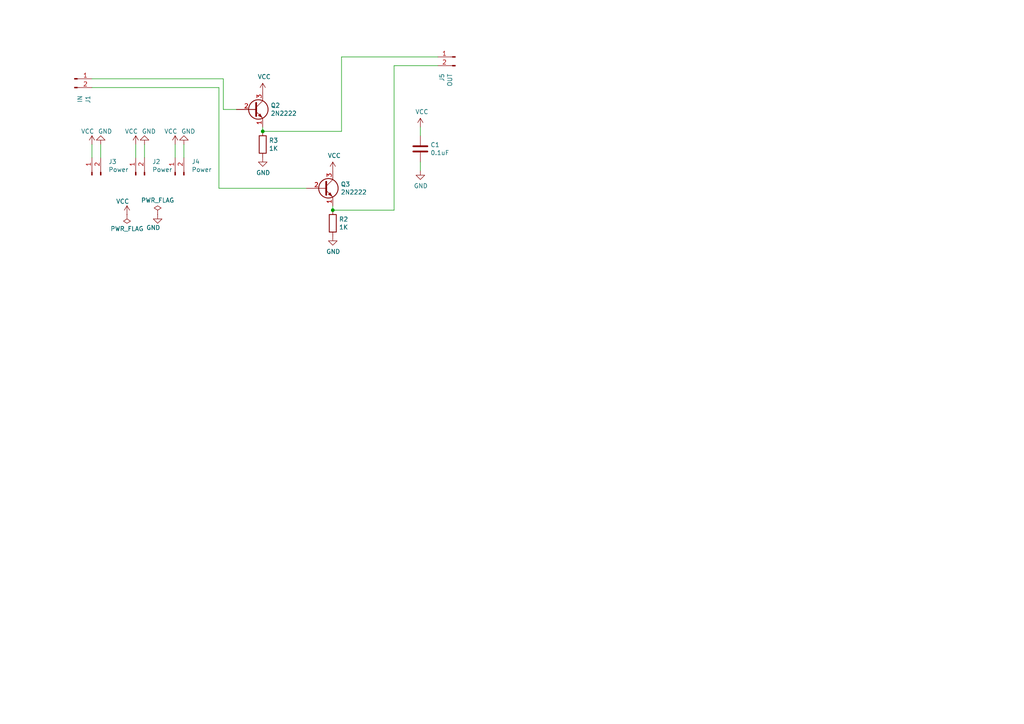
<source format=kicad_sch>
(kicad_sch (version 20230121) (generator eeschema)
  (paper "A4")
  (title_block (title "High Current Mini Buffer") (date "2020-04-10") (rev "1"))
  (lib_symbols
    (symbol "2n2222:2N2222" (pin_names (offset 0) hide)
      (property "Reference" "Q" (at 5.08 1.905 0))
      (property "Value" "2N2222" (at 5.08 0 0))
      (symbol "2N2222_0_1"
        (polyline (pts (xy 0.635 0.635) (xy 2.54 2.54)))
        (polyline (pts (xy 0.635 -0.635) (xy 2.54 -2.54) (xy 2.54 -2.54)))
        (polyline (pts (xy 0.635 1.905) (xy 0.635 -1.905) (xy 0.635 -1.905)) (stroke (width 0.508)))
        (polyline (pts (xy 1.27 -1.778) (xy 1.778 -1.27) (xy 2.286 -2.286) (xy 1.27 -1.778) (xy 1.27 -1.778)) (fill (type outline)))
        (circle (center 1.27 0) (radius 2.8194) (stroke (width 0.254)))
      )
      (symbol "2N2222_1_1"
        (pin passive line (at 2.54 -5.08 90) (length 2.54) (name "E") (number "1"))
        (pin passive line (at -5.08 0 0) (length 5.715) (name "B") (number "2"))
        (pin passive line (at 2.54 5.08 270) (length 2.54) (name "C") (number "3"))
      )
    )
    (symbol "Connector:Conn_01x02_Pin" (pin_names (offset 1.016) hide)
      (property "Reference" "J" (at 0 2.54 0))
      (property "Value" "Conn_01x02_Pin" (at 0 -5.08 0))
      (symbol "Conn_01x02_Pin_1_1"
        (polyline (pts (xy 1.27 -2.54) (xy 0.8636 -2.54)) (stroke (width 0.1524)))
        (polyline (pts (xy 1.27 0) (xy 0.8636 0)) (stroke (width 0.1524)))
        (rectangle (start 0.8636 -2.413) (end 0 -2.667) (stroke (width 0.1524)) (fill (type outline)))
        (rectangle (start 0.8636 0.127) (end 0 -0.127) (stroke (width 0.1524)) (fill (type outline)))
        (pin passive line (at 5.08 0 180) (length 3.81) (name "Pin_1") (number "1"))
        (pin passive line (at 5.08 -2.54 180) (length 3.81) (name "Pin_2") (number "2"))
      )
    )
    (symbol "Device:C" (pin_numbers hide) (pin_names (offset 0.254))
      (property "Reference" "C" (at 0.635 2.54 0))
      (property "Value" "C" (at 0.635 -2.54 0))
      (symbol "C_0_1"
        (polyline (pts (xy -2.032 -0.762) (xy 2.032 -0.762)) (stroke (width 0.508)))
        (polyline (pts (xy -2.032 0.762) (xy 2.032 0.762)) (stroke (width 0.508)))
      )
      (symbol "C_1_1"
        (pin passive line (at 0 3.81 270) (length 2.794) (name "~") (number "1"))
        (pin passive line (at 0 -3.81 90) (length 2.794) (name "~") (number "2"))
      )
    )
    (symbol "Device:R" (pin_numbers hide) (pin_names (offset 0))
      (property "Reference" "R" (at 2.032 0 90))
      (property "Value" "R" (at 0 0 90))
      (symbol "R_0_1"
        (rectangle (start -1.016 -2.54) (end 1.016 2.54) (stroke (width 0.254)))
      )
      (symbol "R_1_1"
        (pin passive line (at 0 3.81 270) (length 1.27) (name "~") (number "1"))
        (pin passive line (at 0 -3.81 90) (length 1.27) (name "~") (number "2"))
      )
    )
    (symbol "power:GND" (power) (pin_names (offset 0))
      (property "Value" "GND" (at 0 -3.81 0))
      (symbol "GND_0_1"
        (polyline (pts (xy 0 0) (xy 0 -1.27) (xy 1.27 -1.27) (xy 0 -2.54) (xy -1.27 -1.27) (xy 0 -1.27)))
      )
      (symbol "GND_1_1"
        (pin power_in line (at 0 0 270) (length 0) hide (name "GND") (number "1"))
      )
    )
    (symbol "power:PWR_FLAG" (power) (pin_numbers hide) (pin_names (offset 0) hide)
      (property "Value" "PWR_FLAG" (at 0 3.81 0))
      (symbol "PWR_FLAG_0_0"
        (pin power_out line (at 0 0 90) (length 0) (name "pwr") (number "1"))
      )
      (symbol "PWR_FLAG_0_1"
        (polyline (pts (xy 0 0) (xy 0 1.27) (xy -1.016 1.905) (xy 0 2.54) (xy 1.016 1.905) (xy 0 1.27)))
      )
    )
    (symbol "power:VCC" (power) (pin_names (offset 0))
      (property "Value" "VCC" (at 0 3.81 0))
      (symbol "VCC_0_1"
        (polyline (pts (xy -0.762 1.27) (xy 0 2.54)))
        (polyline (pts (xy 0 0) (xy 0 2.54)))
        (polyline (pts (xy 0 2.54) (xy 0.762 1.27)))
      )
      (symbol "VCC_1_1"
        (pin power_in line (at 0 0 90) (length 0) hide (name "VCC") (number "1"))
      )
    )
  )
  (junction (at 96.52 60.96))
  (junction (at 76.2 38.1))
  (wire (pts (xy 50.8 41.91) (xy 50.8 45.72)))
  (wire (pts (xy 64.77 22.86) (xy 64.77 31.75)))
  (wire (pts (xy 76.2 38.1) (xy 76.2 36.83)))
  (wire (pts (xy 99.06 38.1) (xy 99.06 16.51)))
  (wire (pts (xy 39.37 41.91) (xy 39.37 45.72)))
  (wire (pts (xy 41.91 45.72) (xy 41.91 41.91)))
  (wire (pts (xy 53.34 45.72) (xy 53.34 41.91)))
  (wire (pts (xy 114.3 19.05) (xy 127 19.05)))
  (wire (pts (xy 26.67 25.4) (xy 63.5 25.4)))
  (wire (pts (xy 26.67 45.72) (xy 26.67 41.91)))
  (wire (pts (xy 121.92 36.83) (xy 121.92 39.37)))
  (wire (pts (xy 63.5 25.4) (xy 63.5 54.61)))
  (wire (pts (xy 114.3 60.96) (xy 114.3 19.05)))
  (wire (pts (xy 76.2 38.1) (xy 99.06 38.1)))
  (wire (pts (xy 26.67 22.86) (xy 64.77 22.86)))
  (wire (pts (xy 96.52 60.96) (xy 114.3 60.96)))
  (wire (pts (xy 63.5 54.61) (xy 88.9 54.61)))
  (wire (pts (xy 96.52 60.96) (xy 96.52 59.69)))
  (wire (pts (xy 99.06 16.51) (xy 127 16.51)))
  (wire (pts (xy 64.77 31.75) (xy 68.58 31.75)))
  (wire (pts (xy 121.92 46.99) (xy 121.92 49.53)))
  (wire (pts (xy 29.21 45.72) (xy 29.21 41.91)))
  (symbol (lib_id "2n2222:2N2222") (at 73.66 31.75 0) (unit 1)
    (property "Reference" "Q2" (at 78.486 30.5816 0) (effects (justify left)))
    (property "Value" "2N2222" (at 78.486 32.893 0) (effects (justify left)))
    (property "Footprint" "Package_TO_SOT_THT:TO-92_Inline" (effects hide))
    (property "Datasheet" "https://www.fairchildsemi.com/datasheets/2N/2N3904.pdf" (effects hide))
  )
  (symbol (lib_id "Connector:Conn_01x02_Pin") (at 39.37 50.8 90) (unit 1)
    (property "Reference" "J2" (at 44.1452 46.8884 90) (effects (justify right)))
    (property "Value" "Power" (at 44.1452 49.1998 90) (effects (justify right)))
    (property "Footprint" "Connector_PinHeader_2.54mm:PinHeader_1x02_P2.54mm_Vertical" (effects hide))
  )
  (symbol (lib_id "Device:R") (at 76.2 41.91 0) (unit 1)
    (property "Reference" "R3" (at 77.978 40.7416 0) (effects (justify left)))
    (property "Value" "1K" (at 77.978 43.053 0) (effects (justify left)))
    (property "Footprint" "Resistor_THT:R_Axial_DIN0309_L9.0mm_D3.2mm_P12.70mm_Horizontal" (effects hide))
  )
  (symbol (lib_id "Connector:Conn_01x02_Pin") (at 50.8 50.8 90) (unit 1)
    (property "Reference" "J4" (at 55.5752 46.8884 90) (effects (justify right)))
    (property "Value" "Power" (at 55.5752 49.1998 90) (effects (justify right)))
    (property "Footprint" "Connector_PinHeader_2.54mm:PinHeader_1x02_P2.54mm_Vertical" (effects hide))
  )
  (symbol (lib_id "power:GND") (at 41.91 41.91 180) (unit 1)
    (property "Reference" "#PWR010" (effects hide))
    (property "Value" "GND" (at 43.18 38.1 0))
  )
  (symbol (lib_id "power:GND") (at 53.34 41.91 180) (unit 1)
    (property "Reference" "#PWR012" (effects hide))
    (property "Value" "GND" (at 54.61 38.1 0))
  )
  (symbol (lib_id "power:GND") (at 76.2 45.72 0) (unit 1)
    (property "Reference" "#PWR04" (effects hide))
    (property "Value" "GND" (at 76.327 50.1142 0))
  )
  (symbol (lib_id "power:VCC") (at 39.37 41.91 0) (unit 1)
    (property "Reference" "#PWR09" (effects hide))
    (property "Value" "VCC" (at 38.1 38.1 0))
  )
  (symbol (lib_id "power:VCC") (at 50.8 41.91 0) (unit 1)
    (property "Reference" "#PWR011" (effects hide))
    (property "Value" "VCC" (at 49.53 38.1 0))
  )
  (symbol (lib_id "power:VCC") (at 76.2 26.67 0) (unit 1)
    (property "Reference" "#PWR03" (effects hide))
    (property "Value" "VCC" (at 76.6318 22.2758 0))
  )
  (symbol (lib_id "power:VCC") (at 121.92 36.83 0) (unit 1)
    (property "Reference" "#PWR013" (effects hide))
    (property "Value" "VCC" (at 122.3518 32.4358 0))
  )
  (symbol (lib_id "power:GND") (at 121.92 49.53 0) (unit 1)
    (property "Reference" "#PWR014" (effects hide))
    (property "Value" "GND" (at 122.047 53.9242 0))
  )
  (symbol (lib_id "Device:C") (at 121.92 43.18 0) (unit 1)
    (property "Reference" "C1" (at 124.841 42.0116 0) (effects (justify left)))
    (property "Value" "0.1uF" (at 124.841 44.323 0) (effects (justify left)))
    (property "Footprint" "Capacitor_THT:C_Disc_D4.3mm_W1.9mm_P5.00mm" (effects hide))
  )
  (symbol (lib_id "Connector:Conn_01x02_Pin") (at 26.67 50.8 90) (unit 1)
    (property "Reference" "J3" (at 31.4452 46.8884 90) (effects (justify right)))
    (property "Value" "Power" (at 31.4452 49.1998 90) (effects (justify right)))
    (property "Footprint" "Connector_PinHeader_2.54mm:PinHeader_1x02_P2.54mm_Vertical" (effects hide))
  )
  (symbol (lib_id "power:VCC") (at 26.67 41.91 0) (unit 1)
    (property "Reference" "#PWR07" (effects hide))
    (property "Value" "VCC" (at 25.4 38.1 0))
  )
  (symbol (lib_id "power:GND") (at 29.21 41.91 180) (unit 1)
    (property "Reference" "#PWR08" (effects hide))
    (property "Value" "GND" (at 30.48 38.1 0))
  )
  (symbol (lib_id "Connector:Conn_01x02_Pin") (at 21.59 22.86 0) (unit 1)
    (property "Reference" "J1" (at 25.5016 27.6352 90) (effects (justify right)))
    (property "Value" "IN" (at 23.1902 27.6352 90) (effects (justify right)))
    (property "Footprint" "Connector_PinHeader_2.54mm:PinHeader_1x02_P2.54mm_Vertical" (effects hide))
  )
  (symbol (lib_id "Connector:Conn_01x02_Pin") (at 132.08 16.51 0) (mirror y) (unit 1)
    (property "Reference" "J5" (at 128.1684 21.2852 90) (effects (justify right)))
    (property "Value" "OUT" (at 130.4798 21.2852 90) (effects (justify right)))
    (property "Footprint" "Connector_PinHeader_2.54mm:PinHeader_1x02_P2.54mm_Vertical" (effects hide))
  )
  (symbol (lib_id "Device:R") (at 96.52 64.77 0) (unit 1)
    (property "Reference" "R2" (at 98.298 63.6016 0) (effects (justify left)))
    (property "Value" "1K" (at 98.298 65.913 0) (effects (justify left)))
    (property "Footprint" "Resistor_THT:R_Axial_DIN0309_L9.0mm_D3.2mm_P12.70mm_Horizontal" (effects hide))
  )
  (symbol (lib_id "power:GND") (at 96.52 68.58 0) (unit 1)
    (property "Reference" "#PWR0103" (effects hide))
    (property "Value" "GND" (at 96.647 72.9742 0))
  )
  (symbol (lib_id "power:VCC") (at 96.52 49.53 0) (unit 1)
    (property "Reference" "#PWR0104" (effects hide))
    (property "Value" "VCC" (at 96.9518 45.1358 0))
  )
  (symbol (lib_id "2n2222:2N2222") (at 93.98 54.61 0) (unit 1)
    (property "Reference" "Q3" (at 98.806 53.4416 0) (effects (justify left)))
    (property "Value" "2N2222" (at 98.806 55.753 0) (effects (justify left)))
    (property "Footprint" "Package_TO_SOT_THT:TO-92_Inline" (effects hide))
    (property "Datasheet" "https://www.fairchildsemi.com/datasheets/2N/2N3904.pdf" (effects hide))
  )
  (symbol (lib_id "power:VCC") (at 36.83 62.23 0) (unit 1)
    (property "Reference" "#PWR01" (effects hide))
    (property "Value" "VCC" (at 35.56 58.42 0))
  )
  (symbol (lib_id "power:GND") (at 45.72 62.23 0) (unit 1)
    (property "Reference" "#PWR02" (effects hide))
    (property "Value" "GND" (at 44.45 66.04 0))
  )
  (symbol (lib_id "power:PWR_FLAG") (at 45.72 62.23 0) (unit 1)
    (property "Reference" "#FLG02" (effects hide))
    (property "Value" "PWR_FLAG" (at 45.72 58.0969 0))
  )
  (symbol (lib_id "power:PWR_FLAG") (at 36.83 62.23 180) (unit 1)
    (property "Reference" "#FLG01" (effects hide))
    (property "Value" "PWR_FLAG" (at 36.83 66.3631 0))
  )
)
</source>
